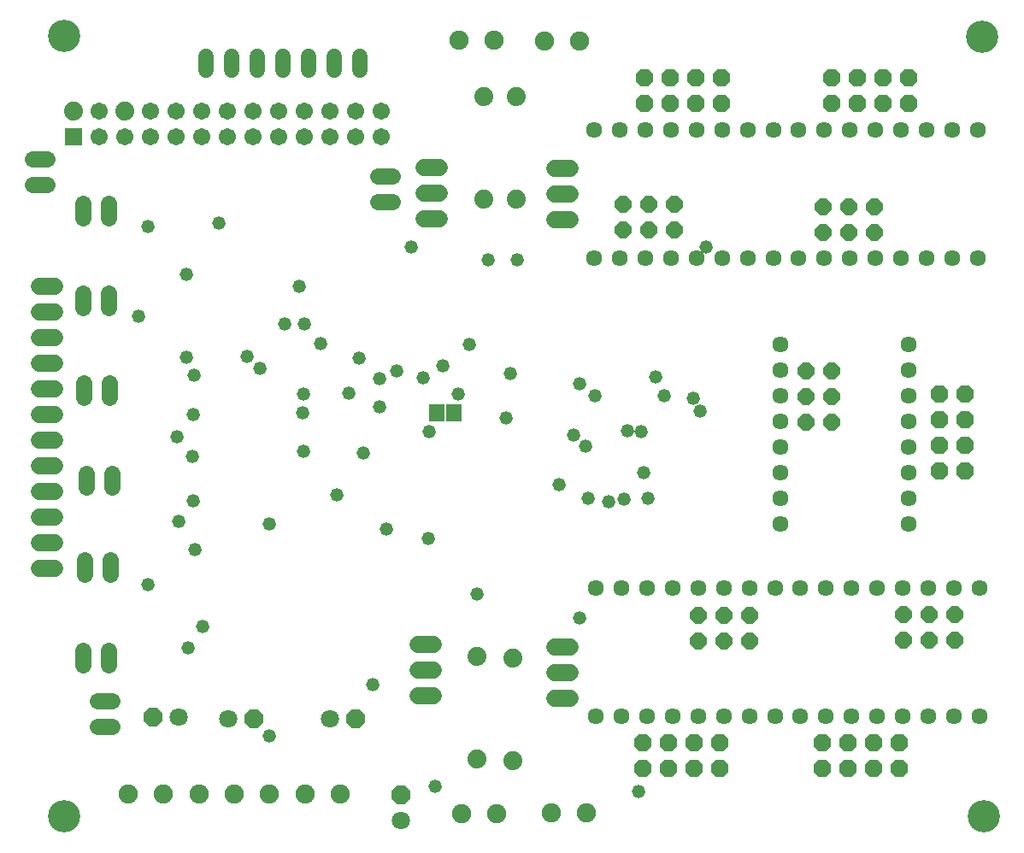
<source format=gbs>
G75*
%MOIN*%
%OFA0B0*%
%FSLAX24Y24*%
%IPPOS*%
%LPD*%
%AMOC8*
5,1,8,0,0,1.08239X$1,22.5*
%
%ADD10R,0.0674X0.0674*%
%ADD11C,0.0740*%
%ADD12C,0.0674*%
%ADD13C,0.0634*%
%ADD14C,0.0749*%
%ADD15C,0.0640*%
%ADD16R,0.0592X0.0671*%
%ADD17C,0.0680*%
%ADD18C,0.1261*%
%ADD19OC8,0.0710*%
%ADD20C,0.0710*%
%ADD21OC8,0.0640*%
%ADD22OC8,0.0674*%
%ADD23C,0.0600*%
%ADD24C,0.0520*%
D10*
X006960Y028816D03*
D11*
X006960Y029816D03*
X008960Y029816D03*
X022956Y030393D03*
X024220Y030392D03*
X024220Y026392D03*
X022956Y026393D03*
X022676Y008541D03*
X024073Y008488D03*
X024073Y004488D03*
X022676Y004541D03*
D12*
X018960Y028816D03*
X017960Y028816D03*
X016960Y028816D03*
X015960Y028816D03*
X014960Y028816D03*
X013960Y028816D03*
X012960Y028816D03*
X011960Y028816D03*
X010960Y028816D03*
X009960Y028816D03*
X008960Y028816D03*
X007960Y028816D03*
X007960Y029816D03*
X009960Y029816D03*
X010960Y029816D03*
X011960Y029816D03*
X012960Y029816D03*
X013960Y029816D03*
X014960Y029816D03*
X015960Y029816D03*
X016960Y029816D03*
X017960Y029816D03*
X018960Y029816D03*
D13*
X027247Y029075D03*
X028247Y029075D03*
X029247Y029075D03*
X030247Y029075D03*
X031247Y029075D03*
X032247Y029075D03*
X033247Y029075D03*
X034247Y029075D03*
X035208Y029075D03*
X036208Y029075D03*
X037208Y029075D03*
X038208Y029075D03*
X039208Y029075D03*
X040208Y029075D03*
X041208Y029075D03*
X042208Y029075D03*
X042208Y024075D03*
X041208Y024075D03*
X040208Y024075D03*
X039208Y024075D03*
X038208Y024075D03*
X037208Y024075D03*
X036208Y024075D03*
X035208Y024075D03*
X034247Y024075D03*
X033247Y024075D03*
X032247Y024075D03*
X031247Y024075D03*
X030247Y024075D03*
X029247Y024075D03*
X028247Y024075D03*
X027247Y024075D03*
X034497Y020715D03*
X034497Y019715D03*
X034497Y018715D03*
X034497Y017715D03*
X034497Y016715D03*
X034497Y015715D03*
X034497Y014715D03*
X034497Y013715D03*
X034306Y011217D03*
X035269Y011217D03*
X036269Y011217D03*
X037269Y011217D03*
X038269Y011217D03*
X039269Y011217D03*
X040269Y011217D03*
X041269Y011217D03*
X042269Y011217D03*
X039497Y013715D03*
X039497Y014715D03*
X039497Y015715D03*
X039497Y016715D03*
X039497Y017715D03*
X039497Y018715D03*
X039497Y019715D03*
X039497Y020715D03*
X033306Y011217D03*
X032306Y011217D03*
X031306Y011217D03*
X030306Y011217D03*
X029306Y011217D03*
X028306Y011217D03*
X027306Y011217D03*
X027306Y006217D03*
X028306Y006217D03*
X029306Y006217D03*
X030306Y006217D03*
X031306Y006217D03*
X032306Y006217D03*
X033306Y006217D03*
X034306Y006217D03*
X035269Y006217D03*
X036269Y006217D03*
X037269Y006217D03*
X038269Y006217D03*
X039269Y006217D03*
X040269Y006217D03*
X041269Y006217D03*
X042269Y006217D03*
D14*
X026960Y002446D03*
X025582Y002446D03*
X023455Y002431D03*
X022077Y002431D03*
X017347Y003194D03*
X015969Y003194D03*
X014591Y003194D03*
X013213Y003194D03*
X011835Y003194D03*
X010457Y003194D03*
X009079Y003194D03*
X025314Y032547D03*
X026692Y032547D03*
X023342Y032567D03*
X021964Y032567D03*
D15*
X019370Y027299D02*
X018810Y027299D01*
X018810Y026299D02*
X019370Y026299D01*
X008314Y026226D02*
X008314Y025666D01*
X007314Y025666D02*
X007314Y026226D01*
X005911Y026933D02*
X005351Y026933D01*
X005351Y027933D02*
X005911Y027933D01*
X007311Y022716D02*
X007311Y022156D01*
X008311Y022156D02*
X008311Y022716D01*
X008359Y019224D02*
X008359Y018664D01*
X007359Y018664D02*
X007359Y019224D01*
X007433Y015693D02*
X007433Y015133D01*
X008433Y015133D02*
X008433Y015693D01*
X008374Y012324D02*
X008374Y011764D01*
X007374Y011764D02*
X007374Y012324D01*
X007321Y008784D02*
X007321Y008224D01*
X008321Y008224D02*
X008321Y008784D01*
X008448Y006824D02*
X007888Y006824D01*
X007888Y005824D02*
X008448Y005824D01*
D16*
X021097Y018064D03*
X021767Y018064D03*
D17*
X021226Y025621D02*
X020626Y025621D01*
X020626Y026621D02*
X021226Y026621D01*
X021226Y027621D02*
X020626Y027621D01*
X025699Y027598D02*
X026299Y027598D01*
X026299Y026598D02*
X025699Y026598D01*
X025699Y025598D02*
X026299Y025598D01*
X006227Y022986D02*
X005627Y022986D01*
X005627Y021986D02*
X006227Y021986D01*
X006227Y020986D02*
X005627Y020986D01*
X005627Y019986D02*
X006227Y019986D01*
X006227Y018986D02*
X005627Y018986D01*
X005627Y017986D02*
X006227Y017986D01*
X006227Y016986D02*
X005627Y016986D01*
X005627Y015986D02*
X006227Y015986D01*
X006227Y014986D02*
X005627Y014986D01*
X005627Y013986D02*
X006227Y013986D01*
X006227Y012986D02*
X005627Y012986D01*
X005627Y011986D02*
X006227Y011986D01*
X020381Y009011D02*
X020981Y009011D01*
X020981Y008011D02*
X020381Y008011D01*
X020381Y007011D02*
X020981Y007011D01*
X025715Y006928D02*
X026315Y006928D01*
X026315Y007928D02*
X025715Y007928D01*
X025715Y008928D02*
X026315Y008928D01*
D18*
X006574Y002306D03*
X042440Y002306D03*
X042366Y032728D03*
X006574Y032740D03*
D19*
X010041Y006175D03*
X013983Y006114D03*
X017956Y006129D03*
X019702Y003136D03*
D20*
X019702Y002136D03*
X016956Y006129D03*
X012983Y006114D03*
X011041Y006175D03*
D21*
X031317Y009136D03*
X031317Y010136D03*
X032317Y010136D03*
X033317Y010136D03*
X033317Y009136D03*
X032317Y009136D03*
X039302Y009191D03*
X040302Y009191D03*
X041302Y009191D03*
X041302Y010191D03*
X040302Y010191D03*
X039302Y010191D03*
X036517Y017667D03*
X035517Y017667D03*
X035517Y018667D03*
X036517Y018667D03*
X036517Y019667D03*
X035517Y019667D03*
X036192Y025070D03*
X037192Y025070D03*
X038192Y025070D03*
X038192Y026070D03*
X037192Y026070D03*
X036192Y026070D03*
X030373Y026193D03*
X030373Y025193D03*
X029373Y025193D03*
X028373Y025193D03*
X028373Y026193D03*
X029373Y026193D03*
D22*
X029213Y030102D03*
X029213Y031102D03*
X030213Y031102D03*
X030213Y030102D03*
X031213Y030102D03*
X031213Y031102D03*
X032213Y031102D03*
X032213Y030102D03*
X036518Y030130D03*
X037518Y030130D03*
X038518Y030130D03*
X039518Y030130D03*
X039518Y031130D03*
X038518Y031130D03*
X037518Y031130D03*
X036518Y031130D03*
X040709Y018785D03*
X041709Y018785D03*
X041709Y017785D03*
X040709Y017785D03*
X040709Y016785D03*
X040709Y015785D03*
X041709Y015785D03*
X041709Y016785D03*
X039146Y005175D03*
X038146Y005175D03*
X037146Y005175D03*
X036146Y005175D03*
X036146Y004175D03*
X037146Y004175D03*
X038146Y004175D03*
X039146Y004175D03*
X032162Y004174D03*
X032162Y005174D03*
X031162Y005174D03*
X030162Y005174D03*
X029162Y005174D03*
X029162Y004174D03*
X030162Y004174D03*
X031162Y004174D03*
D23*
X018118Y031431D02*
X018118Y031951D01*
X017118Y031951D02*
X017118Y031431D01*
X016118Y031431D02*
X016118Y031951D01*
X015118Y031951D02*
X015118Y031431D01*
X014118Y031431D02*
X014118Y031951D01*
X013118Y031951D02*
X013118Y031431D01*
X012118Y031431D02*
X012118Y031951D01*
D24*
X012609Y025433D03*
X011353Y023444D03*
X009471Y021806D03*
X011349Y020208D03*
X011639Y019501D03*
X011615Y017987D03*
X010986Y017128D03*
X011573Y016363D03*
X011601Y014613D03*
X011041Y013826D03*
X011676Y012718D03*
X009830Y011358D03*
X011991Y009712D03*
X011428Y008870D03*
X014574Y005450D03*
X018601Y007441D03*
X022689Y010989D03*
X020774Y013145D03*
X019140Y013503D03*
X017209Y014839D03*
X018253Y016489D03*
X018869Y018270D03*
X018893Y019373D03*
X019538Y019681D03*
X020568Y019407D03*
X021347Y019872D03*
X021946Y018786D03*
X020803Y017307D03*
X023817Y017842D03*
X023978Y019569D03*
X022380Y020710D03*
X023122Y024019D03*
X024238Y024028D03*
X020128Y024512D03*
X015753Y022998D03*
X015957Y021513D03*
X015175Y021504D03*
X016582Y020761D03*
X018069Y020181D03*
X017685Y018823D03*
X015921Y018784D03*
X015894Y018059D03*
X015903Y016549D03*
X014590Y013703D03*
X014213Y019777D03*
X013727Y020241D03*
X009841Y025309D03*
X025878Y015262D03*
X027008Y014716D03*
X027825Y014599D03*
X028412Y014680D03*
X029357Y014712D03*
X029170Y015709D03*
X029084Y017310D03*
X028547Y017344D03*
X026911Y016758D03*
X026459Y017195D03*
X027270Y018709D03*
X026680Y019190D03*
X029642Y019461D03*
X029970Y018700D03*
X031114Y018630D03*
X031364Y018131D03*
X031628Y024511D03*
X026687Y010053D03*
X028985Y003294D03*
X021058Y003489D03*
M02*

</source>
